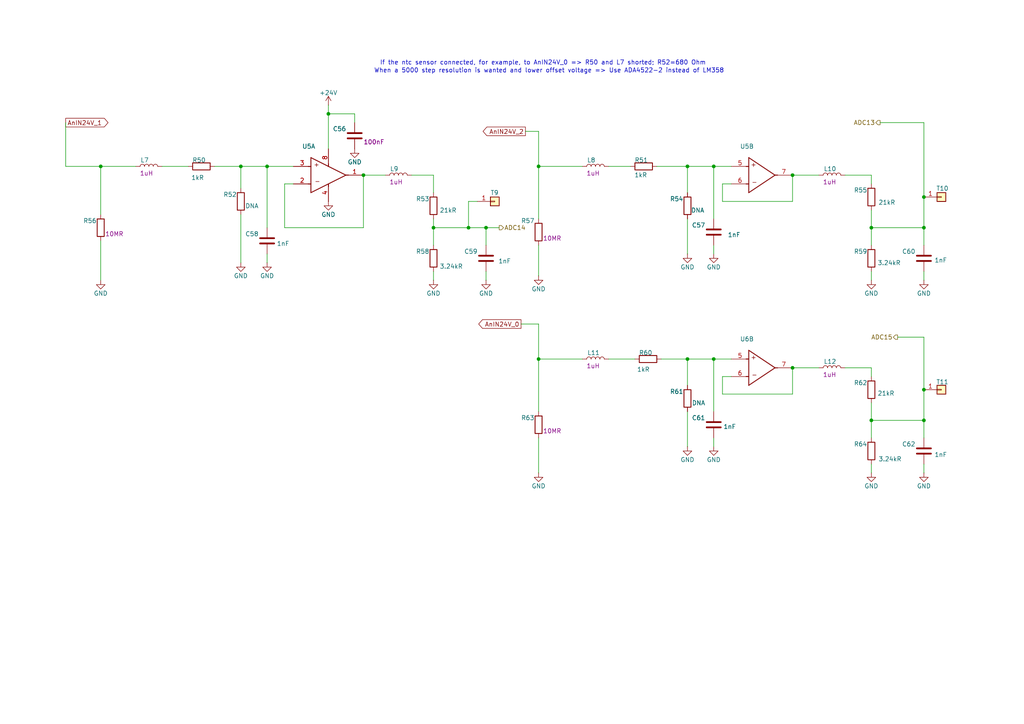
<source format=kicad_sch>
(kicad_sch (version 20231120) (generator "eeschema") (generator_version "8.0")
  (paper "A4")
  (title_block (title "Filters for 24V analog signal") (rev "1"))
  (lib_symbols
    (symbol "Connector_Generic:Conn_01x01" (pin_names (offset 1.016) hide)
      (property "Reference" "J" (at 0 2.54 0))
      (property "Value" "Conn_01x01" (at 0 -2.54 0))
      (symbol "Conn_01x01_1_1"
        (rectangle (start -1.27 0.127) (end 0 -0.127) (stroke (width 0.1524)))
        (rectangle (start -1.27 1.27) (end 1.27 -1.27) (stroke (width 0.254)) (fill (type background)))
        (pin passive line (at -5.08 0 0) (length 3.81) (name "Pin_1") (number "1"))
      )
    )
    (symbol "Device:C" (pin_numbers hide) (pin_names (offset 0.254))
      (property "Reference" "C" (at 0.635 2.54 0))
      (property "Value" "C" (at 0.635 -2.54 0))
      (symbol "C_0_1"
        (polyline (pts (xy -2.032 -0.762) (xy 2.032 -0.762)) (stroke (width 0.508)))
        (polyline (pts (xy -2.032 0.762) (xy 2.032 0.762)) (stroke (width 0.508)))
      )
      (symbol "C_1_1"
        (pin passive line (at 0 3.81 270) (length 2.794) (name "~") (number "1"))
        (pin passive line (at 0 -3.81 90) (length 2.794) (name "~") (number "2"))
      )
    )
    (symbol "Device:L" (pin_numbers hide) (pin_names (offset 1.016) hide)
      (property "Reference" "L" (at -1.27 0 90))
      (property "Value" "L" (at 1.905 0 90))
      (symbol "L_0_1"
        (arc (start 0 -2.54) (mid 0.6323 -1.905) (end 0 -1.27))
        (arc (start 0 -1.27) (mid 0.6323 -0.635) (end 0 0))
        (arc (start 0 0) (mid 0.6323 0.635) (end 0 1.27))
        (arc (start 0 1.27) (mid 0.6323 1.905) (end 0 2.54))
      )
      (symbol "L_1_1"
        (pin passive line (at 0 3.81 270) (length 1.27) (name "1") (number "1"))
        (pin passive line (at 0 -3.81 90) (length 1.27) (name "2") (number "2"))
      )
    )
    (symbol "Device:R" (pin_numbers hide) (pin_names (offset 0))
      (property "Reference" "R" (at 2.032 0 90))
      (property "Value" "R" (at 0 0 90))
      (symbol "R_0_1"
        (rectangle (start -1.016 -2.54) (end 1.016 2.54) (stroke (width 0.254)))
      )
      (symbol "R_1_1"
        (pin passive line (at 0 3.81 270) (length 1.27) (name "~") (number "1"))
        (pin passive line (at 0 -3.81 90) (length 1.27) (name "~") (number "2"))
      )
    )
    (symbol "Untitled-altium-import:root_0_d5b36c1049528187b1d2197d5d58d7e"
      (symbol "root_0_d5b36c1049528187b1d2197d5d58d7e_1_0"
        (polyline (pts (xy 5.08 -7.62) (xy 5.08 2.54)) (stroke (width 0.254)))
        (polyline (pts (xy 5.08 -7.62) (xy 15.24 -2.54)) (stroke (width 0.254)))
        (polyline (pts (xy 5.08 -5.08) (xy 4.318 -5.08)) (stroke (width 0.254)))
        (polyline (pts (xy 5.08 0) (xy 4.318 0)) (stroke (width 0.254)))
        (polyline (pts (xy 5.08 2.54) (xy 15.24 -2.54)) (stroke (width 0.254)))
        (polyline (pts (xy 10.16 -5.08) (xy 10.16 -5.842)) (stroke (width 0.254)))
        (polyline (pts (xy 10.16 0) (xy 10.16 0.762)) (stroke (width 0.254)))
        (polyline (pts (xy 15.24 -2.54) (xy 16.002 -2.54)) (stroke (width 0.254)))
        (text "" (at 5.588 0.762 0) (effects (font (size 1.27 1.27)) (justify left top)))
        (text "+" (at 5.842 1.27 0) (effects (font (size 1.27 1.27)) (justify left top)))
        (text "-" (at 6.096 -3.556 0) (effects (font (size 1.27 1.27)) (justify left top)))
        (pin passive line (at 20.32 -2.54 180) (length 5.08) (name "OUT1") (number "1"))
        (pin tri_state line (at 0 -5.08 0) (length 5.08) (name "IN1-") (number "2"))
        (pin open_collector line (at 0 0 0) (length 5.08) (name "IN1+") (number "3"))
        (pin power_in line (at 10.16 -10.16 90) (length 5.08) (name "V-") (number "4"))
        (pin power_in line (at 10.16 5.08 270) (length 5.08) (name "V+") (number "8"))
      )
      (symbol "root_0_d5b36c1049528187b1d2197d5d58d7e_2_0"
        (polyline (pts (xy 5.08 -7.62) (xy 5.08 2.54)) (stroke (width 0.254)))
        (polyline (pts (xy 5.08 -7.62) (xy 12.7 -2.54)) (stroke (width 0.254)))
        (polyline (pts (xy 5.08 -5.08) (xy 4.318 -5.08)) (stroke (width 0.254)))
        (polyline (pts (xy 5.08 0) (xy 4.318 0)) (stroke (width 0.254)))
        (polyline (pts (xy 5.08 2.54) (xy 12.7 -2.54)) (stroke (width 0.254)))
        (polyline (pts (xy 12.7 -2.54) (xy 13.462 -2.54)) (stroke (width 0.254)))
        (text "" (at 5.588 0.762 0) (effects (font (size 1.27 1.27)) (justify left top)))
        (text "+" (at 5.588 1.27 0) (effects (font (size 1.27 1.27)) (justify left top)))
        (text "-" (at 5.842 -3.81 0) (effects (font (size 1.27 1.27)) (justify left top)))
        (pin tri_state line (at 0 0 0) (length 5.08) (name "IN2+") (number "5"))
        (pin tri_state line (at 0 -5.08 0) (length 5.08) (name "IN2-") (number "6"))
        (pin passive line (at 17.78 -2.54 180) (length 5.08) (name "OUT2") (number "7"))
      )
    )
    (symbol "power:+24V" (power) (pin_numbers hide) (pin_names (offset 0) hide)
      (property "Value" "+24V" (at 0 3.556 0))
      (symbol "+24V_0_1"
        (polyline (pts (xy -0.762 1.27) (xy 0 2.54)))
        (polyline (pts (xy 0 0) (xy 0 2.54)))
        (polyline (pts (xy 0 2.54) (xy 0.762 1.27)))
      )
      (symbol "+24V_1_1"
        (pin power_in line (at 0 0 90) (length 0) (name "~") (number "1"))
      )
    )
    (symbol "power:GND" (power) (pin_numbers hide) (pin_names (offset 0) hide)
      (property "Value" "GND" (at 0 -3.81 0))
      (symbol "GND_0_1"
        (polyline (pts (xy 0 0) (xy 0 -1.27) (xy 1.27 -1.27) (xy 0 -2.54) (xy -1.27 -1.27) (xy 0 -1.27)))
      )
      (symbol "GND_1_1"
        (pin power_in line (at 0 0 270) (length 0) (name "~") (number "1"))
      )
    )
  )
  (junction (at 207.01 48.26))
  (junction (at 267.97 121.92))
  (junction (at 267.97 113.03))
  (junction (at 229.87 50.8))
  (junction (at 207.01 104.14))
  (junction (at 252.73 121.92))
  (junction (at 105.41 50.8))
  (junction (at 199.39 48.26))
  (junction (at 229.87 106.68))
  (junction (at 69.85 48.26))
  (junction (at 199.39 104.14))
  (junction (at 95.25 33.02))
  (junction (at 135.89 66.04))
  (junction (at 140.97 66.04))
  (junction (at 156.21 48.26))
  (junction (at 125.73 66.04))
  (junction (at 77.47 48.26))
  (junction (at 156.21 104.14))
  (junction (at 29.21 48.26))
  (junction (at 267.97 57.15))
  (junction (at 252.73 66.04))
  (junction (at 267.97 66.04))
  (wire (pts (xy 77.47 48.26) (xy 85.09 48.26)))
  (wire (pts (xy 144.78 66.04) (xy 140.97 66.04)))
  (wire (pts (xy 140.97 81.28) (xy 140.97 78.74)))
  (wire (pts (xy 125.73 81.28) (xy 125.73 78.74)))
  (wire (pts (xy 229.87 106.68) (xy 229.87 114.3)))
  (wire (pts (xy 95.25 33.02) (xy 95.25 43.18)))
  (wire (pts (xy 199.39 111.76) (xy 199.39 104.14)))
  (wire (pts (xy 135.89 66.04) (xy 140.97 66.04)))
  (wire (pts (xy 138.43 58.42) (xy 135.89 58.42)))
  (wire (pts (xy 245.11 106.68) (xy 252.73 106.68)))
  (wire (pts (xy 267.97 57.15) (xy 267.97 66.04)))
  (wire (pts (xy 237.49 106.68) (xy 229.87 106.68)))
  (wire (pts (xy 267.97 121.92) (xy 267.97 127)))
  (wire (pts (xy 252.73 50.8) (xy 252.73 53.34)))
  (wire (pts (xy 207.01 127) (xy 207.01 129.54)))
  (wire (pts (xy 156.21 104.14) (xy 156.21 119.38)))
  (wire (pts (xy 252.73 116.84) (xy 252.73 121.92)))
  (wire (pts (xy 140.97 66.04) (xy 140.97 71.12)))
  (wire (pts (xy 207.01 119.38) (xy 207.01 104.14)))
  (wire (pts (xy 260.35 97.79) (xy 267.97 97.79)))
  (wire (pts (xy 85.09 53.34) (xy 82.55 53.34)))
  (wire (pts (xy 229.87 58.42) (xy 209.55 58.42)))
  (wire (pts (xy 19.05 48.26) (xy 19.05 35.56)))
  (wire (pts (xy 156.21 80.01) (xy 156.21 71.12)))
  (wire (pts (xy 199.39 48.26) (xy 190.5 48.26)))
  (wire (pts (xy 199.39 63.5) (xy 199.39 73.66)))
  (wire (pts (xy 182.88 48.26) (xy 176.53 48.26)))
  (wire (pts (xy 69.85 48.26) (xy 77.47 48.26)))
  (wire (pts (xy 29.21 69.85) (xy 29.21 81.28)))
  (wire (pts (xy 252.73 106.68) (xy 252.73 109.22)))
  (wire (pts (xy 77.47 73.66) (xy 77.47 76.2)))
  (wire (pts (xy 199.39 55.88) (xy 199.39 48.26)))
  (wire (pts (xy 151.13 93.98) (xy 156.21 93.98)))
  (wire (pts (xy 209.55 53.34) (xy 212.09 53.34)))
  (wire (pts (xy 229.87 114.3) (xy 209.55 114.3)))
  (wire (pts (xy 156.21 93.98) (xy 156.21 104.14)))
  (wire (pts (xy 199.39 119.38) (xy 199.39 129.54)))
  (wire (pts (xy 252.73 81.28) (xy 252.73 78.74)))
  (wire (pts (xy 125.73 66.04) (xy 125.73 71.12)))
  (wire (pts (xy 77.47 66.04) (xy 77.47 48.26)))
  (wire (pts (xy 267.97 81.28) (xy 267.97 78.74)))
  (wire (pts (xy 119.38 50.8) (xy 125.73 50.8)))
  (wire (pts (xy 207.01 71.12) (xy 207.01 73.66)))
  (wire (pts (xy 267.97 137.16) (xy 267.97 134.62)))
  (wire (pts (xy 267.97 113.03) (xy 267.97 121.92)))
  (wire (pts (xy 125.73 63.5) (xy 125.73 66.04)))
  (wire (pts (xy 252.73 137.16) (xy 252.73 134.62)))
  (wire (pts (xy 156.21 48.26) (xy 156.21 63.5)))
  (wire (pts (xy 245.11 50.8) (xy 252.73 50.8)))
  (wire (pts (xy 207.01 63.5) (xy 207.01 48.26)))
  (wire (pts (xy 255.27 35.56) (xy 267.97 35.56)))
  (wire (pts (xy 184.15 104.14) (xy 176.53 104.14)))
  (wire (pts (xy 252.73 121.92) (xy 267.97 121.92)))
  (wire (pts (xy 105.41 66.04) (xy 105.41 50.8)))
  (wire (pts (xy 199.39 104.14) (xy 207.01 104.14)))
  (wire (pts (xy 209.55 114.3) (xy 209.55 109.22)))
  (wire (pts (xy 29.21 48.26) (xy 29.21 62.23)))
  (wire (pts (xy 82.55 66.04) (xy 105.41 66.04)))
  (wire (pts (xy 39.37 48.26) (xy 29.21 48.26)))
  (wire (pts (xy 29.21 48.26) (xy 19.05 48.26)))
  (wire (pts (xy 69.85 62.23) (xy 69.85 76.2)))
  (wire (pts (xy 156.21 38.1) (xy 156.21 48.26)))
  (wire (pts (xy 168.91 48.26) (xy 156.21 48.26)))
  (wire (pts (xy 54.61 48.26) (xy 46.99 48.26)))
  (wire (pts (xy 207.01 48.26) (xy 212.09 48.26)))
  (wire (pts (xy 252.73 60.96) (xy 252.73 66.04)))
  (wire (pts (xy 237.49 50.8) (xy 229.87 50.8)))
  (wire (pts (xy 125.73 66.04) (xy 135.89 66.04)))
  (wire (pts (xy 69.85 54.61) (xy 69.85 48.26)))
  (wire (pts (xy 69.85 48.26) (xy 62.23 48.26)))
  (wire (pts (xy 229.87 50.8) (xy 229.87 58.42)))
  (wire (pts (xy 209.55 109.22) (xy 212.09 109.22)))
  (wire (pts (xy 209.55 58.42) (xy 209.55 53.34)))
  (wire (pts (xy 135.89 58.42) (xy 135.89 66.04)))
  (wire (pts (xy 252.73 66.04) (xy 267.97 66.04)))
  (wire (pts (xy 199.39 104.14) (xy 191.77 104.14)))
  (wire (pts (xy 267.97 66.04) (xy 267.97 71.12)))
  (wire (pts (xy 168.91 104.14) (xy 156.21 104.14)))
  (wire (pts (xy 102.87 33.02) (xy 95.25 33.02)))
  (wire (pts (xy 111.76 50.8) (xy 105.41 50.8)))
  (wire (pts (xy 199.39 48.26) (xy 207.01 48.26)))
  (wire (pts (xy 207.01 104.14) (xy 212.09 104.14)))
  (wire (pts (xy 102.87 35.56) (xy 102.87 33.02)))
  (wire (pts (xy 156.21 137.16) (xy 156.21 127)))
  (wire (pts (xy 252.73 121.92) (xy 252.73 127)))
  (wire (pts (xy 82.55 53.34) (xy 82.55 66.04)))
  (wire (pts (xy 267.97 97.79) (xy 267.97 113.03)))
  (wire (pts (xy 252.73 66.04) (xy 252.73 71.12)))
  (wire (pts (xy 152.4 38.1) (xy 156.21 38.1)))
  (wire (pts (xy 267.97 35.56) (xy 267.97 57.15)))
  (wire (pts (xy 125.73 50.8) (xy 125.73 55.88)))
  (wire (pts (xy 95.25 30.48) (xy 95.25 33.02)))
  (text "When a 5000 step resolution is wanted and lower offset voltage => Use ADA4522-2 instead of LM358" (at 159.258 20.574 0) (effects (font (size 1.27 1.27))))
  (text "If the ntc sensor connected, for example, to AnIN24V_0 => R50 and L7 shorted; R52=680 Ohm" (at 157.48 18.288 0) (effects (font (size 1.27 1.27))))
  (global_label "AnIN24V_1" (shape output) (at 19.05 35.56 0) (property "Intersheetrefs" "${INTERSHEET_REFS}" (effects (hide yes))))
  (global_label "AnIN24V_2" (shape output) (at 152.4 38.1 180) (property "Intersheetrefs" "${INTERSHEET_REFS}" (effects (hide yes))))
  (global_label "AnIN24V_0" (shape output) (at 151.13 93.98 180) (property "Intersheetrefs" "${INTERSHEET_REFS}" (effects (hide yes))))
  (hierarchical_label "ADC14" (shape output) (at 144.78 66.04 0))
  (hierarchical_label "ADC13" (shape output) (at 255.27 35.56 180))
  (hierarchical_label "ADC15" (shape output) (at 260.35 97.79 180))
  (symbol (lib_id "power:GND") (at 207.01 129.54 0) (unit 1)
    (property "Reference" "#PWR?" (effects (hide yes)))
    (property "Value" "GND" (at 207.01 133.35 0))
    (property "Description" "Power symbol creates a global label with name \"GND\" , ground" (effects (hide yes)))
  )
  (symbol (lib_id "power:GND") (at 102.87 43.18 0) (unit 1)
    (property "Reference" "#PWR?" (effects (hide yes)))
    (property "Value" "GND" (at 102.87 46.99 0))
    (property "Description" "Power symbol creates a global label with name \"GND\" , ground" (effects (hide yes)))
  )
  (symbol (lib_id "Untitled-altium-import:root_0_d5b36c1049528187b1d2197d5d58d7e") (at 212.09 48.26 0) (unit 2)
    (property "Reference" "U5" (at 214.63 43.18 0) (effects (justify left bottom)))
    (property "Value" "LM358BAIDR" (effects (hide yes)))
    (property "Footprint" "Vault:FP-D0008A-IPC_A" (effects (hide yes)))
  )
  (symbol (lib_id "Device:R") (at 156.21 67.31 0) (unit 1)
    (property "Reference" "R57" (at 151.13 64.77 0) (effects (justify left bottom)))
    (property "Value" "10MR" (effects (hide yes)))
    (property "Footprint" "Resistor_SMD:R_0805_2012Metric_Pad1.20x1.40mm_HandSolder" (effects (hide yes)))
    (property "Description" "CRCW080510M0FKEA" (effects (hide yes)))
    (property "CONTACT PLATING" "Tin" (effects (hide yes)))
    (property "POWER RATING" "125mW" (effects (hide yes)))
    (property "COMPOSITION" "Thick Film" (effects (hide yes)))
    (property "VOLTAGE RATING (DC)" "150V" (effects (hide yes)))
    (property "TOLERANCE" "5%" (effects (hide yes)))
    (property "LENGTH" "2mm" (effects (hide yes)))
    (property "WEIGHT" "0.000194oz" (effects (hide yes)))
    (property "CASE CODE (METRIC)" "2012" (effects (hide yes)))
    (property "VOLTAGE RATING" "150V" (effects (hide yes)))
    (property "PACKAGE QUANTITY" "10" (effects (hide yes)))
    (property "HEIGHT" "0.02inch" (effects (hide yes)))
    (property "CASE CODE (IMPERIAL)" "0805" (effects (hide yes)))
    (property "RESISTANCE" "10MR" (at 157.48 69.85 0) (effects (justify left bottom)))
    (property "LEAD FREE" "Lead Free" (effects (hide yes)))
    (property "DEPTH" "1.25mm" (effects (hide yes)))
    (property "MIN OPERATING TEMPERATURE" "-55°C" (effects (hide yes)))
    (property "MAX POWER DISSIPATION" "125mW" (effects (hide yes)))
    (property "TEMPERATURE COEFFICIENT" "100ppm/°C" (effects (hide yes)))
    (property "MOUNT" "Surface Mount" (effects (hide yes)))
    (property "FEATURES" "Automotive AEC-Q200" (effects (hide yes)))
    (property "TERMINATION" "SMD/SMT" (effects (hide yes)))
    (property "MAX OPERATING TEMPERATURE" "155°C" (effects (hide yes)))
    (property "RADIATION HARDENING" "No" (effects (hide yes)))
    (property "CASE/PACKAGE" "0805" (effects (hide yes)))
    (property "WIDTH" "0.049inch" (effects (hide yes)))
    (property "MILITARY STANDARD" "Not" (effects (hide yes)))
    (property "NUMBER OF TERMINATIONS" "2" (effects (hide yes)))
    (property "PACKAGING" "Tape and Reel" (effects (hide yes)))
    (property "ALTIUM_VALUE" "10MR" (effects (hide yes)))
  )
  (symbol (lib_id "Device:R") (at 125.73 74.93 0) (unit 1)
    (property "Reference" "R58" (at 120.65 73.66 0) (effects (justify left bottom)))
    (property "Value" "3.24kR" (at 127.508 77.978 0) (effects (justify left bottom)))
    (property "Footprint" "Resistor_SMD:R_0805_2012Metric_Pad1.20x1.40mm_HandSolder" (effects (hide yes)))
    (property "Description" "ERJ-PB6B3241V" (effects (hide yes)))
  )
  (symbol (lib_id "power:GND") (at 125.73 81.28 0) (unit 1)
    (property "Reference" "#PWR?" (effects (hide yes)))
    (property "Value" "GND" (at 125.73 85.09 0))
    (property "Description" "Power symbol creates a global label with name \"GND\" , ground" (effects (hide yes)))
  )
  (symbol (lib_id "Device:R") (at 252.73 113.03 0) (unit 1)
    (property "Reference" "R62" (at 247.65 111.76 0) (effects (justify left bottom)))
    (property "Value" "21kR" (at 254.508 114.808 0) (effects (justify left bottom)))
    (property "Footprint" "Resistor_SMD:R_0805_2012Metric_Pad1.20x1.40mm_HandSolder" (effects (hide yes)))
    (property "Description" "ERJ-PB6B2102V" (effects (hide yes)))
  )
  (symbol (lib_id "power:GND") (at 95.25 58.42 0) (unit 1)
    (property "Reference" "#PWR?" (effects (hide yes)))
    (property "Value" "GND" (at 95.25 62.23 0))
    (property "Description" "Power symbol creates a global label with name \"GND\" , ground" (effects (hide yes)))
  )
  (symbol (lib_id "power:GND") (at 252.73 137.16 0) (unit 1)
    (property "Reference" "#PWR?" (effects (hide yes)))
    (property "Value" "GND" (at 252.73 140.97 0))
    (property "Description" "Power symbol creates a global label with name \"GND\" , ground" (effects (hide yes)))
  )
  (symbol (lib_id "Device:R") (at 125.73 59.69 0) (unit 1)
    (property "Reference" "R53" (at 120.65 58.42 0) (effects (justify left bottom)))
    (property "Value" "21kR" (at 127.508 61.722 0) (effects (justify left bottom)))
    (property "Footprint" "Resistor_SMD:R_0805_2012Metric_Pad1.20x1.40mm_HandSolder" (effects (hide yes)))
    (property "Description" "ERJ-PB6B2102V" (effects (hide yes)))
  )
  (symbol (lib_id "power:GND") (at 156.21 80.01 0) (unit 1)
    (property "Reference" "#PWR?" (effects (hide yes)))
    (property "Value" "GND" (at 156.21 83.82 0))
    (property "Description" "Power symbol creates a global label with name \"GND\" , ground" (effects (hide yes)))
  )
  (symbol (lib_id "Connector_Generic:Conn_01x01") (at 273.05 57.15 0) (unit 1) (in_bom no)
    (property "Reference" "T10" (at 271.526 55.372 0) (effects (justify left bottom)))
    (property "Value" "Conn_01x01" (effects (hide yes)))
    (property "Footprint" "TestPoint:TestPoint_THTPad_D1.5mm_Drill0.7mm" (effects (hide yes)))
    (property "Description" "Generic connector, single row, 01x01, script generated (kicad-library-utils/schlib/autogen/connector/)" (effects (hide yes)))
  )
  (symbol (lib_id "Device:R") (at 199.39 59.69 0) (unit 1)
    (property "Reference" "R54" (at 194.31 58.42 0) (effects (justify left bottom)))
    (property "Value" "DNA" (at 200.406 61.722 0) (effects (justify left bottom)))
    (property "Footprint" "Resistor_SMD:R_0805_2012Metric_Pad1.20x1.40mm_HandSolder" (effects (hide yes)))
    (property "ALTIUM_VALUE" "680R" (effects (hide yes)))
    (property "MANUFACTURER" "Vishay Dale" (effects (hide yes)))
    (property "PART NUMBER" "CRCW0805680RFKEA" (effects (hide yes)))
  )
  (symbol (lib_id "Device:L") (at 241.3 106.68 90) (unit 1)
    (property "Reference" "L12" (at 242.57 104.14 90) (effects (justify left bottom)))
    (property "Value" "1uH" (effects (hide yes)))
    (property "Footprint" "Inductor_SMD:L_0805_2012Metric_Pad1.15x1.40mm_HandSolder" (effects (hide yes)))
    (property "Description" "LQM21PN1R0NGCD" (effects (hide yes)))
    (property "INDUCTANCE" "1uH" (at 242.57 107.95 90) (effects (justify left bottom)))
    (property "CASE/PACKAGE" "0805" (effects (hide yes)))
    (property "MILITARY STANDARD" "Not" (effects (hide yes)))
    (property "WIDTH" "0.049inch" (effects (hide yes)))
    (property "TERMINATION" "SMD/SMT" (effects (hide yes)))
    (property "ROHS COMPLIANT" "Yes" (effects (hide yes)))
    (property "TOLERANCE" "30%" (effects (hide yes)))
    (property "MAX OPERATING TEMPERATURE" "125°C" (effects (hide yes)))
    (property "TEST FREQUENCY" "1MHz" (effects (hide yes)))
    (property "HEIGHT - SEATED (MAX)" "0.039inch" (effects (hide yes)))
    (property "SERIES" "LQM21P_GC" (effects (hide yes)))
    (property "PACKAGING" "Tape and Reel" (effects (hide yes)))
    (property "CASE CODE (METRIC)" "2012" (effects (hide yes)))
    (property "LEAD FREE" "Lead Free" (effects (hide yes)))
    (property "LENGTH" "0.079inch" (effects (hide yes)))
    (property "CASE CODE (IMPERIAL)" "0805" (effects (hide yes)))
    (property "PACKAGE QUANTITY" "4000" (effects (hide yes)))
    (property "DC CURRENT" "900mA" (effects (hide yes)))
    (property "DEPTH" "1.4mm" (effects (hide yes)))
    (property "MAX DC CURRENT" "900mA" (effects (hide yes)))
    (property "CORE MATERIAL" "Ferrite" (effects (hide yes)))
    (property "SHIELDING" "Shielded" (effects (hide yes)))
    (property "MIN OPERATING TEMPERATURE" "-55°C" (effects (hide yes)))
    (property "DC RESISTANCE (DCR)" "125mR" (effects (hide yes)))
    (property "SELF RESONANT FREQUENCY" "50MHz" (effects (hide yes)))
    (property "HEIGHT" "0.9mm" (effects (hide yes)))
    (property "MOUNT" "Surface Mount" (effects (hide yes)))
    (property "CURRENT RATING" "900mA" (effects (hide yes)))
    (property "ALTIUM_VALUE" "1uH" (effects (hide yes)))
  )
  (symbol (lib_id "Device:L") (at 241.3 50.8 90) (unit 1)
    (property "Reference" "L10" (at 242.57 48.26 90) (effects (justify left bottom)))
    (property "Value" "1uH" (effects (hide yes)))
    (property "Footprint" "Inductor_SMD:L_0805_2012Metric_Pad1.15x1.40mm_HandSolder" (effects (hide yes)))
    (property "Description" "LQM21PN1R0NGCD" (effects (hide yes)))
    (property "INDUCTANCE" "1uH" (at 242.57 52.07 90) (effects (justify left bottom)))
    (property "CASE/PACKAGE" "0805" (effects (hide yes)))
    (property "MILITARY STANDARD" "Not" (effects (hide yes)))
    (property "WIDTH" "0.049inch" (effects (hide yes)))
    (property "TERMINATION" "SMD/SMT" (effects (hide yes)))
    (property "ROHS COMPLIANT" "Yes" (effects (hide yes)))
    (property "TOLERANCE" "30%" (effects (hide yes)))
    (property "MAX OPERATING TEMPERATURE" "125°C" (effects (hide yes)))
    (property "TEST FREQUENCY" "1MHz" (effects (hide yes)))
    (property "HEIGHT - SEATED (MAX)" "0.039inch" (effects (hide yes)))
    (property "SERIES" "LQM21P_GC" (effects (hide yes)))
    (property "PACKAGING" "Tape and Reel" (effects (hide yes)))
    (property "CASE CODE (METRIC)" "2012" (effects (hide yes)))
    (property "LEAD FREE" "Lead Free" (effects (hide yes)))
    (property "LENGTH" "0.079inch" (effects (hide yes)))
    (property "CASE CODE (IMPERIAL)" "0805" (effects (hide yes)))
    (property "PACKAGE QUANTITY" "4000" (effects (hide yes)))
    (property "DC CURRENT" "900mA" (effects (hide yes)))
    (property "DEPTH" "1.4mm" (effects (hide yes)))
    (property "MAX DC CURRENT" "900mA" (effects (hide yes)))
    (property "CORE MATERIAL" "Ferrite" (effects (hide yes)))
    (property "SHIELDING" "Shielded" (effects (hide yes)))
    (property "MIN OPERATING TEMPERATURE" "-55°C" (effects (hide yes)))
    (property "DC RESISTANCE (DCR)" "125mR" (effects (hide yes)))
    (property "SELF RESONANT FREQUENCY" "50MHz" (effects (hide yes)))
    (property "HEIGHT" "0.9mm" (effects (hide yes)))
    (property "MOUNT" "Surface Mount" (effects (hide yes)))
    (property "CURRENT RATING" "900mA" (effects (hide yes)))
    (property "ALTIUM_VALUE" "1uH" (effects (hide yes)))
  )
  (symbol (lib_id "Device:C") (at 102.87 39.37 0) (unit 1)
    (property "Reference" "C56" (at 96.52 38.1 0) (effects (justify left bottom)))
    (property "Value" "100nF" (effects (hide yes)))
    (property "Footprint" "Capacitor_SMD:C_0805_2012Metric_Pad1.18x1.45mm_HandSolder" (effects (hide yes)))
    (property "Description" "08055C104KAT4A" (effects (hide yes)))
    (property "HEIGHT" "0.94mm" (effects (hide yes)))
    (property "ALTIUM_VALUE" "100nF" (at 105.41 41.91 0) (effects (justify left bottom)))
    (property "CAPACITOR TYPE" "Ceramic" (effects (hide yes)))
    (property "CASE/PACKAGE" "0805" (effects (hide yes)))
    (property "DIELECTRIC MATERIAL" "Ceramic" (effects (hide yes)))
    (property "JESD-609 CODE" "e3" (effects (hide yes)))
    (property "LENGTH" "2.01mm" (effects (hide yes)))
    (property "MAX OPERATING TEMPERATURE" "125°C" (effects (hide yes)))
    (property "MIN OPERATING TEMPERATURE" "-55°C" (effects (hide yes)))
    (property "MOUNTING TECHNOLOGY" "Surface Mount" (effects (hide yes)))
    (property "MULTILAYER" "Yes" (effects (hide yes)))
    (property "PACKAGE SHAPE" "Rectangular" (effects (hide yes)))
    (property "PACKAGE STYLE" "SMTMeter" (effects (hide yes)))
    (property "PACKAGING" "Tape and Reel" (effects (hide yes)))
    (property "PINS" "2" (effects (hide yes)))
    (property "RATED DC VOLTAGE (URDC)" "50V" (effects (hide yes)))
    (property "REACH SVHC COMPLIANT" "Yes" (effects (hide yes)))
    (property "ROHS COMPLIANT" "Yes" (effects (hide yes)))
    (property "TEMPERATURE CHARACTERISTICS CODE" "X7R" (effects (hide yes)))
    (property "TERMINAL FINISH" "Nickel" (effects (hide yes)))
    (property "TERMINATION" "Wraparound" (effects (hide yes)))
    (property "TOLERANCE  (FILL IN AS +-)" "10%" (effects (hide yes)))
    (property "TOLERANCE (FILL IN AS +-)" "10%" (effects (hide yes)))
    (property "WIDTH" "1.25mm" (effects (hide yes)))
  )
  (symbol (lib_id "Untitled-altium-import:root_0_d5b36c1049528187b1d2197d5d58d7e") (at 85.09 48.26 0) (unit 1)
    (property "Reference" "U5" (at 87.63 43.18 0) (effects (justify left bottom)))
    (property "Value" "LM358BAIDR" (effects (hide yes)))
    (property "Footprint" "Vault:FP-D0008A-IPC_A" (effects (hide yes)))
  )
  (symbol (lib_id "power:GND") (at 267.97 137.16 0) (unit 1)
    (property "Reference" "#PWR?" (effects (hide yes)))
    (property "Value" "GND" (at 267.97 140.97 0))
    (property "Description" "Power symbol creates a global label with name \"GND\" , ground" (effects (hide yes)))
  )
  (symbol (lib_id "Device:R") (at 252.73 74.93 0) (unit 1)
    (property "Reference" "R59" (at 247.65 73.66 0) (effects (justify left bottom)))
    (property "Value" "3.24kR" (at 254.508 76.962 0) (effects (justify left bottom)))
    (property "Footprint" "Resistor_SMD:R_0805_2012Metric_Pad1.20x1.40mm_HandSolder" (effects (hide yes)))
    (property "Description" "ERJ-PB6B3241V" (effects (hide yes)))
  )
  (symbol (lib_id "Device:L") (at 43.18 48.26 90) (unit 1)
    (property "Reference" "L7" (at 43.18 45.72 90) (effects (justify left bottom)))
    (property "Value" "1uH" (effects (hide yes)))
    (property "Footprint" "Inductor_SMD:L_0805_2012Metric_Pad1.15x1.40mm_HandSolder" (effects (hide yes)))
    (property "Description" "LQM21PN1R0NGCD" (effects (hide yes)))
    (property "INDUCTANCE" "1uH" (at 44.45 49.53 90) (effects (justify left bottom)))
    (property "CASE/PACKAGE" "0805" (effects (hide yes)))
    (property "MILITARY STANDARD" "Not" (effects (hide yes)))
    (property "WIDTH" "0.049inch" (effects (hide yes)))
    (property "TERMINATION" "SMD/SMT" (effects (hide yes)))
    (property "ROHS COMPLIANT" "Yes" (effects (hide yes)))
    (property "TOLERANCE" "30%" (effects (hide yes)))
    (property "MAX OPERATING TEMPERATURE" "125°C" (effects (hide yes)))
    (property "TEST FREQUENCY" "1MHz" (effects (hide yes)))
    (property "HEIGHT - SEATED (MAX)" "0.039inch" (effects (hide yes)))
    (property "SERIES" "LQM21P_GC" (effects (hide yes)))
    (property "PACKAGING" "Tape and Reel" (effects (hide yes)))
    (property "CASE CODE (METRIC)" "2012" (effects (hide yes)))
    (property "LEAD FREE" "Lead Free" (effects (hide yes)))
    (property "LENGTH" "0.079inch" (effects (hide yes)))
    (property "CASE CODE (IMPERIAL)" "0805" (effects (hide yes)))
    (property "PACKAGE QUANTITY" "4000" (effects (hide yes)))
    (property "DC CURRENT" "900mA" (effects (hide yes)))
    (property "DEPTH" "1.4mm" (effects (hide yes)))
    (property "MAX DC CURRENT" "900mA" (effects (hide yes)))
    (property "CORE MATERIAL" "Ferrite" (effects (hide yes)))
    (property "SHIELDING" "Shielded" (effects (hide yes)))
    (property "MIN OPERATING TEMPERATURE" "-55°C" (effects (hide yes)))
    (property "DC RESISTANCE (DCR)" "125mR" (effects (hide yes)))
    (property "SELF RESONANT FREQUENCY" "50MHz" (effects (hide yes)))
    (property "HEIGHT" "0.9mm" (effects (hide yes)))
    (property "MOUNT" "Surface Mount" (effects (hide yes)))
    (property "CURRENT RATING" "900mA" (effects (hide yes)))
    (property "ALTIUM_VALUE" "1uH" (effects (hide yes)))
  )
  (symbol (lib_id "power:GND") (at 252.73 81.28 0) (unit 1)
    (property "Reference" "#PWR?" (effects (hide yes)))
    (property "Value" "GND" (at 252.73 85.09 0))
    (property "Description" "Power symbol creates a global label with name \"GND\" , ground" (effects (hide yes)))
  )
  (symbol (lib_id "Device:R") (at 69.85 58.42 0) (unit 1)
    (property "Reference" "R52" (at 64.77 57.15 0) (effects (justify left bottom)))
    (property "Value" "DNA" (at 71.12 60.452 0) (effects (justify left bottom)))
    (property "Footprint" "Resistor_SMD:R_0805_2012Metric_Pad1.20x1.40mm_HandSolder" (effects (hide yes)))
    (property "ALTIUM_VALUE" "680R" (effects (hide yes)))
    (property "MANUFACTURER" "Vishay Dale" (effects (hide yes)))
    (property "PART NUMBER" "CRCW0805680RFKEA" (effects (hide yes)))
  )
  (symbol (lib_id "Device:R") (at 58.42 48.26 90) (unit 1)
    (property "Reference" "R50" (at 59.69 45.72 90) (effects (justify left bottom)))
    (property "Value" "1kR" (at 59.182 50.8 90) (effects (justify left bottom)))
    (property "Footprint" "Resistor_SMD:R_0805_2012Metric_Pad1.20x1.40mm_HandSolder" (effects (hide yes)))
    (property "Description" "ERJ-PB6B1001V" (effects (hide yes)))
  )
  (symbol (lib_id "Device:L") (at 115.57 50.8 90) (unit 1)
    (property "Reference" "L9" (at 115.57 48.26 90) (effects (justify left bottom)))
    (property "Value" "1uH" (effects (hide yes)))
    (property "Footprint" "Inductor_SMD:L_0805_2012Metric_Pad1.15x1.40mm_HandSolder" (effects (hide yes)))
    (property "Description" "LQM21PN1R0NGCD" (effects (hide yes)))
    (property "INDUCTANCE" "1uH" (at 116.84 52.07 90) (effects (justify left bottom)))
    (property "CASE/PACKAGE" "0805" (effects (hide yes)))
    (property "MILITARY STANDARD" "Not" (effects (hide yes)))
    (property "WIDTH" "0.049inch" (effects (hide yes)))
    (property "TERMINATION" "SMD/SMT" (effects (hide yes)))
    (property "ROHS COMPLIANT" "Yes" (effects (hide yes)))
    (property "TOLERANCE" "30%" (effects (hide yes)))
    (property "MAX OPERATING TEMPERATURE" "125°C" (effects (hide yes)))
    (property "TEST FREQUENCY" "1MHz" (effects (hide yes)))
    (property "HEIGHT - SEATED (MAX)" "0.039inch" (effects (hide yes)))
    (property "SERIES" "LQM21P_GC" (effects (hide yes)))
    (property "PACKAGING" "Tape and Reel" (effects (hide yes)))
    (property "CASE CODE (METRIC)" "2012" (effects (hide yes)))
    (property "LEAD FREE" "Lead Free" (effects (hide yes)))
    (property "LENGTH" "0.079inch" (effects (hide yes)))
    (property "CASE CODE (IMPERIAL)" "0805" (effects (hide yes)))
    (property "PACKAGE QUANTITY" "4000" (effects (hide yes)))
    (property "DC CURRENT" "900mA" (effects (hide yes)))
    (property "DEPTH" "1.4mm" (effects (hide yes)))
    (property "MAX DC CURRENT" "900mA" (effects (hide yes)))
    (property "CORE MATERIAL" "Ferrite" (effects (hide yes)))
    (property "SHIELDING" "Shielded" (effects (hide yes)))
    (property "MIN OPERATING TEMPERATURE" "-55°C" (effects (hide yes)))
    (property "DC RESISTANCE (DCR)" "125mR" (effects (hide yes)))
    (property "SELF RESONANT FREQUENCY" "50MHz" (effects (hide yes)))
    (property "HEIGHT" "0.9mm" (effects (hide yes)))
    (property "MOUNT" "Surface Mount" (effects (hide yes)))
    (property "CURRENT RATING" "900mA" (effects (hide yes)))
    (property "ALTIUM_VALUE" "1uH" (effects (hide yes)))
  )
  (symbol (lib_id "power:GND") (at 199.39 129.54 0) (unit 1)
    (property "Reference" "#PWR?" (effects (hide yes)))
    (property "Value" "GND" (at 199.39 133.35 0))
    (property "Description" "Power symbol creates a global label with name \"GND\" , ground" (effects (hide yes)))
  )
  (symbol (lib_id "Untitled-altium-import:root_0_d5b36c1049528187b1d2197d5d58d7e") (at 212.09 104.14 0) (unit 2)
    (property "Reference" "U6" (at 214.63 99.06 0) (effects (justify left bottom)))
    (property "Value" "LM358BAIDR" (effects (hide yes)))
    (property "Footprint" "Vault:FP-D0008A-IPC_A" (effects (hide yes)))
  )
  (symbol (lib_id "power:GND") (at 69.85 76.2 0) (unit 1)
    (property "Reference" "#PWR?" (effects (hide yes)))
    (property "Value" "GND" (at 69.85 80.01 0))
    (property "Description" "Power symbol creates a global label with name \"GND\" , ground" (effects (hide yes)))
  )
  (symbol (lib_id "Device:R") (at 186.69 48.26 90) (unit 1)
    (property "Reference" "R51" (at 187.96 45.72 90) (effects (justify left bottom)))
    (property "Value" "1kR" (at 187.706 50.038 90) (effects (justify left bottom)))
    (property "Footprint" "Resistor_SMD:R_0805_2012Metric_Pad1.20x1.40mm_HandSolder" (effects (hide yes)))
    (property "Description" "ERJ-PB6B1001V" (effects (hide yes)))
  )
  (symbol (lib_id "Device:C") (at 207.01 123.19 0) (unit 1)
    (property "Reference" "C61" (at 200.66 121.92 0) (effects (justify left bottom)))
    (property "Value" "1nF" (at 209.804 124.46 0) (effects (justify left bottom)))
    (property "Footprint" "Capacitor_SMD:C_0805_2012Metric_Pad1.18x1.45mm_HandSolder" (effects (hide yes)))
    (property "Description" "CL21B102KBCNNNC" (effects (hide yes)))
  )
  (symbol (lib_id "Connector_Generic:Conn_01x01") (at 273.05 113.03 0) (unit 1) (in_bom no)
    (property "Reference" "T11" (at 271.526 111.506 0) (effects (justify left bottom)))
    (property "Value" "Conn_01x01" (effects (hide yes)))
    (property "Footprint" "TestPoint:TestPoint_THTPad_D1.5mm_Drill0.7mm" (effects (hide yes)))
    (property "Description" "Generic connector, single row, 01x01, script generated (kicad-library-utils/schlib/autogen/connector/)" (effects (hide yes)))
  )
  (symbol (lib_id "Device:C") (at 267.97 74.93 0) (unit 1)
    (property "Reference" "C60" (at 261.62 73.66 0) (effects (justify left bottom)))
    (property "Value" "1nF" (at 271.018 76.2 0) (effects (justify left bottom)))
    (property "Footprint" "Capacitor_SMD:C_0805_2012Metric_Pad1.18x1.45mm_HandSolder" (effects (hide yes)))
    (property "Description" "CL21B102KBCNNNC" (effects (hide yes)))
  )
  (symbol (lib_id "Device:C") (at 207.01 67.31 0) (unit 1)
    (property "Reference" "C57" (at 200.66 66.04 0) (effects (justify left bottom)))
    (property "Value" "1nF" (at 211.074 68.834 0) (effects (justify left bottom)))
    (property "Footprint" "Capacitor_SMD:C_0805_2012Metric_Pad1.18x1.45mm_HandSolder" (effects (hide yes)))
    (property "Description" "CL21B102KBCNNNC" (effects (hide yes)))
  )
  (symbol (lib_id "Device:R") (at 252.73 57.15 0) (unit 1)
    (property "Reference" "R55" (at 247.65 55.88 0) (effects (justify left bottom)))
    (property "Value" "21kR" (at 254.762 59.436 0) (effects (justify left bottom)))
    (property "Footprint" "Resistor_SMD:R_0805_2012Metric_Pad1.20x1.40mm_HandSolder" (effects (hide yes)))
    (property "Description" "ERJ-PB6B2102V" (effects (hide yes)))
  )
  (symbol (lib_id "Device:R") (at 29.21 66.04 0) (unit 1)
    (property "Reference" "R56" (at 24.13 64.77 0) (effects (justify left bottom)))
    (property "Value" "10MR" (effects (hide yes)))
    (property "Footprint" "Resistor_SMD:R_0805_2012Metric_Pad1.20x1.40mm_HandSolder" (effects (hide yes)))
    (property "Description" "CRCW080510M0FKEA" (effects (hide yes)))
    (property "CONTACT PLATING" "Tin" (effects (hide yes)))
    (property "POWER RATING" "125mW" (effects (hide yes)))
    (property "COMPOSITION" "Thick Film" (effects (hide yes)))
    (property "VOLTAGE RATING (DC)" "150V" (effects (hide yes)))
    (property "TOLERANCE" "5%" (effects (hide yes)))
    (property "LENGTH" "2mm" (effects (hide yes)))
    (property "WEIGHT" "0.000194oz" (effects (hide yes)))
    (property "CASE CODE (METRIC)" "2012" (effects (hide yes)))
    (property "VOLTAGE RATING" "150V" (effects (hide yes)))
    (property "PACKAGE QUANTITY" "10" (effects (hide yes)))
    (property "HEIGHT" "0.02inch" (effects (hide yes)))
    (property "CASE CODE (IMPERIAL)" "0805" (effects (hide yes)))
    (property "RESISTANCE" "10MR" (at 30.48 68.58 0) (effects (justify left bottom)))
    (property "LEAD FREE" "Lead Free" (effects (hide yes)))
    (property "DEPTH" "1.25mm" (effects (hide yes)))
    (property "MIN OPERATING TEMPERATURE" "-55°C" (effects (hide yes)))
    (property "MAX POWER DISSIPATION" "125mW" (effects (hide yes)))
    (property "TEMPERATURE COEFFICIENT" "100ppm/°C" (effects (hide yes)))
    (property "MOUNT" "Surface Mount" (effects (hide yes)))
    (property "FEATURES" "Automotive AEC-Q200" (effects (hide yes)))
    (property "TERMINATION" "SMD/SMT" (effects (hide yes)))
    (property "MAX OPERATING TEMPERATURE" "155°C" (effects (hide yes)))
    (property "RADIATION HARDENING" "No" (effects (hide yes)))
    (property "CASE/PACKAGE" "0805" (effects (hide yes)))
    (property "WIDTH" "0.049inch" (effects (hide yes)))
    (property "MILITARY STANDARD" "Not" (effects (hide yes)))
    (property "NUMBER OF TERMINATIONS" "2" (effects (hide yes)))
    (property "PACKAGING" "Tape and Reel" (effects (hide yes)))
    (property "ALTIUM_VALUE" "10MR" (effects (hide yes)))
  )
  (symbol (lib_id "power:GND") (at 207.01 73.66 0) (unit 1)
    (property "Reference" "#PWR?" (effects (hide yes)))
    (property "Value" "GND" (at 207.01 77.47 0))
    (property "Description" "Power symbol creates a global label with name \"GND\" , ground" (effects (hide yes)))
  )
  (symbol (lib_id "power:+24V") (at 95.25 30.48 0) (unit 1)
    (property "Reference" "#PWR?" (effects (hide yes)))
    (property "Value" "+24V" (at 95.25 26.924 0))
    (property "Description" "Power symbol creates a global label with name \"+24V\"" (effects (hide yes)))
  )
  (symbol (lib_id "Device:R") (at 252.73 130.81 0) (unit 1)
    (property "Reference" "R64" (at 247.65 129.54 0) (effects (justify left bottom)))
    (property "Value" "3.24kR" (at 254.762 133.858 0) (effects (justify left bottom)))
    (property "Footprint" "Resistor_SMD:R_0805_2012Metric_Pad1.20x1.40mm_HandSolder" (effects (hide yes)))
    (property "Description" "ERJ-PB6B3241V" (effects (hide yes)))
  )
  (symbol (lib_id "Device:R") (at 156.21 123.19 0) (unit 1)
    (property "Reference" "R63" (at 151.13 121.92 0) (effects (justify left bottom)))
    (property "Value" "10MR" (effects (hide yes)))
    (property "Footprint" "Resistor_SMD:R_0805_2012Metric_Pad1.20x1.40mm_HandSolder" (effects (hide yes)))
    (property "Description" "CRCW080510M0FKEA" (effects (hide yes)))
    (property "CONTACT PLATING" "Tin" (effects (hide yes)))
    (property "POWER RATING" "125mW" (effects (hide yes)))
    (property "COMPOSITION" "Thick Film" (effects (hide yes)))
    (property "VOLTAGE RATING (DC)" "150V" (effects (hide yes)))
    (property "TOLERANCE" "5%" (effects (hide yes)))
    (property "LENGTH" "2mm" (effects (hide yes)))
    (property "WEIGHT" "0.000194oz" (effects (hide yes)))
    (property "CASE CODE (METRIC)" "2012" (effects (hide yes)))
    (property "VOLTAGE RATING" "150V" (effects (hide yes)))
    (property "PACKAGE QUANTITY" "10" (effects (hide yes)))
    (property "HEIGHT" "0.02inch" (effects (hide yes)))
    (property "CASE CODE (IMPERIAL)" "0805" (effects (hide yes)))
    (property "RESISTANCE" "10MR" (at 157.48 125.73 0) (effects (justify left bottom)))
    (property "LEAD FREE" "Lead Free" (effects (hide yes)))
    (property "DEPTH" "1.25mm" (effects (hide yes)))
    (property "MIN OPERATING TEMPERATURE" "-55°C" (effects (hide yes)))
    (property "MAX POWER DISSIPATION" "125mW" (effects (hide yes)))
    (property "TEMPERATURE COEFFICIENT" "100ppm/°C" (effects (hide yes)))
    (property "MOUNT" "Surface Mount" (effects (hide yes)))
    (property "FEATURES" "Automotive AEC-Q200" (effects (hide yes)))
    (property "TERMINATION" "SMD/SMT" (effects (hide yes)))
    (property "MAX OPERATING TEMPERATURE" "155°C" (effects (hide yes)))
    (property "RADIATION HARDENING" "No" (effects (hide yes)))
    (property "CASE/PACKAGE" "0805" (effects (hide yes)))
    (property "WIDTH" "0.049inch" (effects (hide yes)))
    (property "MILITARY STANDARD" "Not" (effects (hide yes)))
    (property "NUMBER OF TERMINATIONS" "2" (effects (hide yes)))
    (property "PACKAGING" "Tape and Reel" (effects (hide yes)))
    (property "ALTIUM_VALUE" "10MR" (effects (hide yes)))
  )
  (symbol (lib_id "power:GND") (at 267.97 81.28 0) (unit 1)
    (property "Reference" "#PWR?" (effects (hide yes)))
    (property "Value" "GND" (at 267.97 85.09 0))
    (property "Description" "Power symbol creates a global label with name \"GND\" , ground" (effects (hide yes)))
  )
  (symbol (lib_id "Device:R") (at 199.39 115.57 0) (unit 1)
    (property "Reference" "R61" (at 194.31 114.3 0) (effects (justify left bottom)))
    (property "Value" "DNA" (at 200.66 117.602 0) (effects (justify left bottom)))
    (property "Footprint" "Resistor_SMD:R_0805_2012Metric_Pad1.20x1.40mm_HandSolder" (effects (hide yes)))
    (property "ALTIUM_VALUE" "680R" (effects (hide yes)))
    (property "MANUFACTURER" "Vishay Dale" (effects (hide yes)))
    (property "PART NUMBER" "CRCW0805680RFKEA" (effects (hide yes)))
  )
  (symbol (lib_id "Device:C") (at 140.97 74.93 0) (unit 1)
    (property "Reference" "C59" (at 134.62 73.66 0) (effects (justify left bottom)))
    (property "Value" "1nF" (at 144.526 76.454 0) (effects (justify left bottom)))
    (property "Footprint" "Capacitor_SMD:C_0805_2012Metric_Pad1.18x1.45mm_HandSolder" (effects (hide yes)))
    (property "Description" "CL21B102KBCNNNC" (effects (hide yes)))
  )
  (symbol (lib_id "Device:L") (at 172.72 104.14 90) (unit 1)
    (property "Reference" "L11" (at 173.99 101.6 90) (effects (justify left bottom)))
    (property "Value" "1uH" (effects (hide yes)))
    (property "Footprint" "Inductor_SMD:L_0805_2012Metric_Pad1.15x1.40mm_HandSolder" (effects (hide yes)))
    (property "Description" "LQM21PN1R0NGCD" (effects (hide yes)))
    (property "INDUCTANCE" "1uH" (at 173.99 105.41 90) (effects (justify left bottom)))
    (property "CASE/PACKAGE" "0805" (effects (hide yes)))
    (property "MILITARY STANDARD" "Not" (effects (hide yes)))
    (property "WIDTH" "0.049inch" (effects (hide yes)))
    (property "TERMINATION" "SMD/SMT" (effects (hide yes)))
    (property "ROHS COMPLIANT" "Yes" (effects (hide yes)))
    (property "TOLERANCE" "30%" (effects (hide yes)))
    (property "MAX OPERATING TEMPERATURE" "125°C" (effects (hide yes)))
    (property "TEST FREQUENCY" "1MHz" (effects (hide yes)))
    (property "HEIGHT - SEATED (MAX)" "0.039inch" (effects (hide yes)))
    (property "SERIES" "LQM21P_GC" (effects (hide yes)))
    (property "PACKAGING" "Tape and Reel" (effects (hide yes)))
    (property "CASE CODE (METRIC)" "2012" (effects (hide yes)))
    (property "LEAD FREE" "Lead Free" (effects (hide yes)))
    (property "LENGTH" "0.079inch" (effects (hide yes)))
    (property "CASE CODE (IMPERIAL)" "0805" (effects (hide yes)))
    (property "PACKAGE QUANTITY" "4000" (effects (hide yes)))
    (property "DC CURRENT" "900mA" (effects (hide yes)))
    (property "DEPTH" "1.4mm" (effects (hide yes)))
    (property "MAX DC CURRENT" "900mA" (effects (hide yes)))
    (property "CORE MATERIAL" "Ferrite" (effects (hide yes)))
    (property "SHIELDING" "Shielded" (effects (hide yes)))
    (property "MIN OPERATING TEMPERATURE" "-55°C" (effects (hide yes)))
    (property "DC RESISTANCE (DCR)" "125mR" (effects (hide yes)))
    (property "SELF RESONANT FREQUENCY" "50MHz" (effects (hide yes)))
    (property "HEIGHT" "0.9mm" (effects (hide yes)))
    (property "MOUNT" "Surface Mount" (effects (hide yes)))
    (property "CURRENT RATING" "900mA" (effects (hide yes)))
    (property "ALTIUM_VALUE" "1uH" (effects (hide yes)))
  )
  (symbol (lib_id "power:GND") (at 140.97 81.28 0) (unit 1)
    (property "Reference" "#PWR?" (effects (hide yes)))
    (property "Value" "GND" (at 140.97 85.09 0))
    (property "Description" "Power symbol creates a global label with name \"GND\" , ground" (effects (hide yes)))
  )
  (symbol (lib_id "power:GND") (at 199.39 73.66 0) (unit 1)
    (property "Reference" "#PWR?" (effects (hide yes)))
    (property "Value" "GND" (at 199.39 77.47 0))
    (property "Description" "Power symbol creates a global label with name \"GND\" , ground" (effects (hide yes)))
  )
  (symbol (lib_id "power:GND") (at 77.47 76.2 0) (unit 1)
    (property "Reference" "#PWR?" (effects (hide yes)))
    (property "Value" "GND" (at 77.47 80.01 0))
    (property "Description" "Power symbol creates a global label with name \"GND\" , ground" (effects (hide yes)))
  )
  (symbol (lib_id "Device:C") (at 77.47 69.85 0) (unit 1)
    (property "Reference" "C58" (at 71.12 68.58 0) (effects (justify left bottom)))
    (property "Value" "1nF" (at 80.264 71.374 0) (effects (justify left bottom)))
    (property "Footprint" "Capacitor_SMD:C_0805_2012Metric_Pad1.18x1.45mm_HandSolder" (effects (hide yes)))
    (property "Description" "CL21B102KBCNNNC" (effects (hide yes)))
  )
  (symbol (lib_id "power:GND") (at 29.21 81.28 0) (unit 1)
    (property "Reference" "#PWR?" (effects (hide yes)))
    (property "Value" "GND" (at 29.21 85.09 0))
    (property "Description" "Power symbol creates a global label with name \"GND\" , ground" (effects (hide yes)))
  )
  (symbol (lib_id "Connector_Generic:Conn_01x01") (at 143.51 58.42 0) (unit 1) (in_bom no)
    (property "Reference" "T9" (at 142.24 56.642 0) (effects (justify left bottom)))
    (property "Value" "Conn_01x01" (effects (hide yes)))
    (property "Footprint" "TestPoint:TestPoint_THTPad_D1.5mm_Drill0.7mm" (effects (hide yes)))
    (property "Description" "Generic connector, single row, 01x01, script generated (kicad-library-utils/schlib/autogen/connector/)" (effects (hide yes)))
  )
  (symbol (lib_id "Device:L") (at 172.72 48.26 90) (unit 1)
    (property "Reference" "L8" (at 172.72 45.72 90) (effects (justify left bottom)))
    (property "Value" "1uH" (effects (hide yes)))
    (property "Footprint" "Inductor_SMD:L_0805_2012Metric_Pad1.15x1.40mm_HandSolder" (effects (hide yes)))
    (property "Description" "LQM21PN1R0NGCD" (effects (hide yes)))
    (property "INDUCTANCE" "1uH" (at 173.99 49.53 90) (effects (justify left bottom)))
    (property "CASE/PACKAGE" "0805" (effects (hide yes)))
    (property "MILITARY STANDARD" "Not" (effects (hide yes)))
    (property "WIDTH" "0.049inch" (effects (hide yes)))
    (property "TERMINATION" "SMD/SMT" (effects (hide yes)))
    (property "ROHS COMPLIANT" "Yes" (effects (hide yes)))
    (property "TOLERANCE" "30%" (effects (hide yes)))
    (property "MAX OPERATING TEMPERATURE" "125°C" (effects (hide yes)))
    (property "TEST FREQUENCY" "1MHz" (effects (hide yes)))
    (property "HEIGHT - SEATED (MAX)" "0.039inch" (effects (hide yes)))
    (property "SERIES" "LQM21P_GC" (effects (hide yes)))
    (property "PACKAGING" "Tape and Reel" (effects (hide yes)))
    (property "CASE CODE (METRIC)" "2012" (effects (hide yes)))
    (property "LEAD FREE" "Lead Free" (effects (hide yes)))
    (property "LENGTH" "0.079inch" (effects (hide yes)))
    (property "CASE CODE (IMPERIAL)" "0805" (effects (hide yes)))
    (property "PACKAGE QUANTITY" "4000" (effects (hide yes)))
    (property "DC CURRENT" "900mA" (effects (hide yes)))
    (property "DEPTH" "1.4mm" (effects (hide yes)))
    (property "MAX DC CURRENT" "900mA" (effects (hide yes)))
    (property "CORE MATERIAL" "Ferrite" (effects (hide yes)))
    (property "SHIELDING" "Shielded" (effects (hide yes)))
    (property "MIN OPERATING TEMPERATURE" "-55°C" (effects (hide yes)))
    (property "DC RESISTANCE (DCR)" "125mR" (effects (hide yes)))
    (property "SELF RESONANT FREQUENCY" "50MHz" (effects (hide yes)))
    (property "HEIGHT" "0.9mm" (effects (hide yes)))
    (property "MOUNT" "Surface Mount" (effects (hide yes)))
    (property "CURRENT RATING" "900mA" (effects (hide yes)))
    (property "ALTIUM_VALUE" "1uH" (effects (hide yes)))
  )
  (symbol (lib_id "power:GND") (at 156.21 137.16 0) (unit 1)
    (property "Reference" "#PWR?" (effects (hide yes)))
    (property "Value" "GND" (at 156.21 140.97 0))
    (property "Description" "Power symbol creates a global label with name \"GND\" , ground" (effects (hide yes)))
  )
  (symbol (lib_id "Device:C") (at 267.97 130.81 0) (unit 1)
    (property "Reference" "C62" (at 261.62 129.54 0) (effects (justify left bottom)))
    (property "Value" "1nF" (at 271.018 132.588 0) (effects (justify left bottom)))
    (property "Footprint" "Capacitor_SMD:C_0805_2012Metric_Pad1.18x1.45mm_HandSolder" (effects (hide yes)))
    (property "Description" "CL21B102KBCNNNC" (effects (hide yes)))
  )
  (symbol (lib_id "Device:R") (at 187.96 104.14 90) (unit 1)
    (property "Reference" "R60" (at 189.23 101.6 90) (effects (justify left bottom)))
    (property "Value" "1kR" (at 188.468 106.426 90) (effects (justify left bottom)))
    (property "Footprint" "Resistor_SMD:R_0805_2012Metric_Pad1.20x1.40mm_HandSolder" (effects (hide yes)))
    (property "Description" "ERJ-PB6B1001V" (effects (hide yes)))
  )
)
</source>
